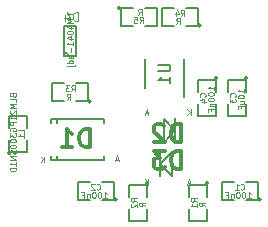
<source format=gbr>
G04 #@! TF.FileFunction,Legend,Bot*
%FSLAX46Y46*%
G04 Gerber Fmt 4.6, Leading zero omitted, Abs format (unit mm)*
G04 Created by KiCad (PCBNEW 0.201505051231+5642~23~ubuntu14.04.1-product) date St 6. květen 2015, 11:43:11 CEST*
%MOMM*%
G01*
G04 APERTURE LIST*
%ADD10C,0.300000*%
%ADD11C,0.150000*%
%ADD12C,0.109220*%
%ADD13C,0.304800*%
%ADD14C,0.099060*%
%ADD15C,0.119380*%
G04 APERTURE END LIST*
D10*
D11*
X23622000Y15494000D02*
G75*
G03X23622000Y15494000I-127000J0D01*
G01*
X22352000Y15494000D02*
X23368000Y15494000D01*
X23368000Y15494000D02*
X23368000Y17018000D01*
X23368000Y17018000D02*
X22352000Y17018000D01*
X21336000Y17018000D02*
X20320000Y17018000D01*
X20320000Y17018000D02*
X20320000Y15494000D01*
X20320000Y15494000D02*
X21336000Y15494000D01*
X11430000Y15494000D02*
G75*
G03X11430000Y15494000I-127000J0D01*
G01*
X10160000Y15494000D02*
X11176000Y15494000D01*
X11176000Y15494000D02*
X11176000Y17018000D01*
X11176000Y17018000D02*
X10160000Y17018000D01*
X9144000Y17018000D02*
X8128000Y17018000D01*
X8128000Y17018000D02*
X8128000Y15494000D01*
X8128000Y15494000D02*
X9144000Y15494000D01*
X22479000Y25781000D02*
G75*
G03X22479000Y25781000I-127000J0D01*
G01*
X22352000Y24638000D02*
X22352000Y25654000D01*
X22352000Y25654000D02*
X20828000Y25654000D01*
X20828000Y25654000D02*
X20828000Y24638000D01*
X20828000Y23622000D02*
X20828000Y22606000D01*
X20828000Y22606000D02*
X22352000Y22606000D01*
X22352000Y22606000D02*
X22352000Y23622000D01*
X19939000Y25781000D02*
G75*
G03X19939000Y25781000I-127000J0D01*
G01*
X19812000Y24638000D02*
X19812000Y25654000D01*
X19812000Y25654000D02*
X18288000Y25654000D01*
X18288000Y25654000D02*
X18288000Y24638000D01*
X18288000Y23622000D02*
X18288000Y22606000D01*
X18288000Y22606000D02*
X19812000Y22606000D01*
X19812000Y22606000D02*
X19812000Y23622000D01*
X6327140Y18823940D02*
X6327140Y19174460D01*
X6327140Y22324060D02*
X6327140Y21973540D01*
X5877560Y18823940D02*
X5877560Y19174460D01*
X10378440Y18823940D02*
X10378440Y19174460D01*
X10378440Y22324060D02*
X10378440Y21973540D01*
X5877560Y22324060D02*
X5877560Y21973540D01*
X10378440Y18823940D02*
X5877560Y18823940D01*
X10378440Y22324060D02*
X5877560Y22324060D01*
X15097760Y18491200D02*
X16098520Y19542760D01*
X16098520Y19542760D02*
X16098520Y17541240D01*
X16098520Y17541240D02*
X15097760Y18542000D01*
X15097760Y19591020D02*
X15097760Y17492980D01*
X16398240Y21386800D02*
X15397480Y20335240D01*
X15397480Y20335240D02*
X15397480Y22336760D01*
X15397480Y22336760D02*
X16398240Y21336000D01*
X16398240Y20286980D02*
X16398240Y22385020D01*
X7301550Y27779980D02*
G75*
G03X7301550Y27779980I-159070J0D01*
G01*
X8001000Y30226000D02*
X6985000Y30226000D01*
X8001000Y27622500D02*
X6985000Y27622500D01*
X6985000Y30226000D02*
X6985000Y27622500D01*
X8001000Y27622500D02*
X8001000Y30226000D01*
X19177000Y16891000D02*
G75*
G03X19177000Y16891000I-127000J0D01*
G01*
X19050000Y15748000D02*
X19050000Y16764000D01*
X19050000Y16764000D02*
X17526000Y16764000D01*
X17526000Y16764000D02*
X17526000Y15748000D01*
X17526000Y14732000D02*
X17526000Y13716000D01*
X17526000Y13716000D02*
X19050000Y13716000D01*
X19050000Y13716000D02*
X19050000Y14732000D01*
X14097000Y16891000D02*
G75*
G03X14097000Y16891000I-127000J0D01*
G01*
X13970000Y15748000D02*
X13970000Y16764000D01*
X13970000Y16764000D02*
X12446000Y16764000D01*
X12446000Y16764000D02*
X12446000Y15748000D01*
X12446000Y14732000D02*
X12446000Y13716000D01*
X12446000Y13716000D02*
X13970000Y13716000D01*
X13970000Y13716000D02*
X13970000Y14732000D01*
X9271000Y23812500D02*
G75*
G03X9271000Y23812500I-127000J0D01*
G01*
X8001000Y23812500D02*
X9017000Y23812500D01*
X9017000Y23812500D02*
X9017000Y25336500D01*
X9017000Y25336500D02*
X8001000Y25336500D01*
X6985000Y25336500D02*
X5969000Y25336500D01*
X5969000Y25336500D02*
X5969000Y23812500D01*
X5969000Y23812500D02*
X6985000Y23812500D01*
X18542000Y30226000D02*
G75*
G03X18542000Y30226000I-127000J0D01*
G01*
X17272000Y30226000D02*
X18288000Y30226000D01*
X18288000Y30226000D02*
X18288000Y31750000D01*
X18288000Y31750000D02*
X17272000Y31750000D01*
X16256000Y31750000D02*
X15240000Y31750000D01*
X15240000Y31750000D02*
X15240000Y30226000D01*
X15240000Y30226000D02*
X16256000Y30226000D01*
X11747500Y31750000D02*
G75*
G03X11747500Y31750000I-127000J0D01*
G01*
X12763500Y31750000D02*
X11747500Y31750000D01*
X11747500Y31750000D02*
X11747500Y30226000D01*
X11747500Y30226000D02*
X12763500Y30226000D01*
X13779500Y30226000D02*
X14795500Y30226000D01*
X14795500Y30226000D02*
X14795500Y31750000D01*
X14795500Y31750000D02*
X13779500Y31750000D01*
X13780500Y24937000D02*
X13780500Y27387000D01*
X17080500Y24212000D02*
X17080500Y27387000D01*
X2413000Y19431000D02*
G75*
G03X2413000Y19431000I-127000J0D01*
G01*
X2286000Y20574000D02*
X2286000Y19558000D01*
X2286000Y19558000D02*
X3810000Y19558000D01*
X3810000Y19558000D02*
X3810000Y20574000D01*
X3810000Y21590000D02*
X3810000Y22606000D01*
X3810000Y22606000D02*
X2286000Y22606000D01*
X2286000Y22606000D02*
X2286000Y21590000D01*
D12*
X21927396Y16394793D02*
X21951224Y16370965D01*
X22022707Y16347138D01*
X22070362Y16347138D01*
X22141845Y16370965D01*
X22189500Y16418620D01*
X22213328Y16466276D01*
X22237156Y16561586D01*
X22237156Y16633069D01*
X22213328Y16728380D01*
X22189500Y16776035D01*
X22141845Y16823690D01*
X22070362Y16847518D01*
X22022707Y16847518D01*
X21951224Y16823690D01*
X21927396Y16799862D01*
X21450844Y16347138D02*
X21736776Y16347138D01*
X21593810Y16347138D02*
X21593810Y16847518D01*
X21641465Y16776035D01*
X21689120Y16728380D01*
X21736776Y16704552D01*
X22491397Y15648638D02*
X22777329Y15648638D01*
X22634363Y15648638D02*
X22634363Y16149018D01*
X22682018Y16077535D01*
X22729673Y16029880D01*
X22777329Y16006052D01*
X22181638Y16149018D02*
X22133983Y16149018D01*
X22086328Y16125190D01*
X22062500Y16101362D01*
X22038673Y16053707D01*
X22014845Y15958397D01*
X22014845Y15839259D01*
X22038673Y15743948D01*
X22062500Y15696293D01*
X22086328Y15672465D01*
X22133983Y15648638D01*
X22181638Y15648638D01*
X22229294Y15672465D01*
X22253121Y15696293D01*
X22276949Y15743948D01*
X22300777Y15839259D01*
X22300777Y15958397D01*
X22276949Y16053707D01*
X22253121Y16101362D01*
X22229294Y16125190D01*
X22181638Y16149018D01*
X21705086Y16149018D02*
X21657431Y16149018D01*
X21609776Y16125190D01*
X21585948Y16101362D01*
X21562121Y16053707D01*
X21538293Y15958397D01*
X21538293Y15839259D01*
X21562121Y15743948D01*
X21585948Y15696293D01*
X21609776Y15672465D01*
X21657431Y15648638D01*
X21705086Y15648638D01*
X21752742Y15672465D01*
X21776569Y15696293D01*
X21800397Y15743948D01*
X21824225Y15839259D01*
X21824225Y15958397D01*
X21800397Y16053707D01*
X21776569Y16101362D01*
X21752742Y16125190D01*
X21705086Y16149018D01*
X21323845Y15982224D02*
X21323845Y15648638D01*
X21323845Y15934569D02*
X21300017Y15958397D01*
X21252362Y15982224D01*
X21180879Y15982224D01*
X21133224Y15958397D01*
X21109396Y15910741D01*
X21109396Y15648638D01*
X20704327Y15910741D02*
X20871120Y15910741D01*
X20871120Y15648638D02*
X20871120Y16149018D01*
X20632844Y16149018D01*
X9735396Y16394793D02*
X9759224Y16370965D01*
X9830707Y16347138D01*
X9878362Y16347138D01*
X9949845Y16370965D01*
X9997500Y16418620D01*
X10021328Y16466276D01*
X10045156Y16561586D01*
X10045156Y16633069D01*
X10021328Y16728380D01*
X9997500Y16776035D01*
X9949845Y16823690D01*
X9878362Y16847518D01*
X9830707Y16847518D01*
X9759224Y16823690D01*
X9735396Y16799862D01*
X9544776Y16799862D02*
X9520948Y16823690D01*
X9473293Y16847518D01*
X9354155Y16847518D01*
X9306499Y16823690D01*
X9282672Y16799862D01*
X9258844Y16752207D01*
X9258844Y16704552D01*
X9282672Y16633069D01*
X9568603Y16347138D01*
X9258844Y16347138D01*
X10299397Y15648638D02*
X10585329Y15648638D01*
X10442363Y15648638D02*
X10442363Y16149018D01*
X10490018Y16077535D01*
X10537673Y16029880D01*
X10585329Y16006052D01*
X9989638Y16149018D02*
X9941983Y16149018D01*
X9894328Y16125190D01*
X9870500Y16101362D01*
X9846673Y16053707D01*
X9822845Y15958397D01*
X9822845Y15839259D01*
X9846673Y15743948D01*
X9870500Y15696293D01*
X9894328Y15672465D01*
X9941983Y15648638D01*
X9989638Y15648638D01*
X10037294Y15672465D01*
X10061121Y15696293D01*
X10084949Y15743948D01*
X10108777Y15839259D01*
X10108777Y15958397D01*
X10084949Y16053707D01*
X10061121Y16101362D01*
X10037294Y16125190D01*
X9989638Y16149018D01*
X9513086Y16149018D02*
X9465431Y16149018D01*
X9417776Y16125190D01*
X9393948Y16101362D01*
X9370121Y16053707D01*
X9346293Y15958397D01*
X9346293Y15839259D01*
X9370121Y15743948D01*
X9393948Y15696293D01*
X9417776Y15672465D01*
X9465431Y15648638D01*
X9513086Y15648638D01*
X9560742Y15672465D01*
X9584569Y15696293D01*
X9608397Y15743948D01*
X9632225Y15839259D01*
X9632225Y15958397D01*
X9608397Y16053707D01*
X9584569Y16101362D01*
X9560742Y16125190D01*
X9513086Y16149018D01*
X9131845Y15982224D02*
X9131845Y15648638D01*
X9131845Y15934569D02*
X9108017Y15958397D01*
X9060362Y15982224D01*
X8988879Y15982224D01*
X8941224Y15958397D01*
X8917396Y15910741D01*
X8917396Y15648638D01*
X8512327Y15910741D02*
X8679120Y15910741D01*
X8679120Y15648638D02*
X8679120Y16149018D01*
X8440844Y16149018D01*
X21451207Y24213396D02*
X21475035Y24237224D01*
X21498862Y24308707D01*
X21498862Y24356362D01*
X21475035Y24427845D01*
X21427380Y24475500D01*
X21379724Y24499328D01*
X21284414Y24523156D01*
X21212931Y24523156D01*
X21117620Y24499328D01*
X21069965Y24475500D01*
X21022310Y24427845D01*
X20998482Y24356362D01*
X20998482Y24308707D01*
X21022310Y24237224D01*
X21046138Y24213396D01*
X20998482Y24046603D02*
X20998482Y23736844D01*
X21189103Y23903637D01*
X21189103Y23832155D01*
X21212931Y23784499D01*
X21236759Y23760672D01*
X21284414Y23736844D01*
X21403552Y23736844D01*
X21451207Y23760672D01*
X21475035Y23784499D01*
X21498862Y23832155D01*
X21498862Y23975120D01*
X21475035Y24022776D01*
X21451207Y24046603D01*
X22197362Y24539121D02*
X22197362Y24825053D01*
X22197362Y24682087D02*
X21696982Y24682087D01*
X21768465Y24729742D01*
X21816120Y24777397D01*
X21839948Y24825053D01*
X21696982Y24229362D02*
X21696982Y24181707D01*
X21720810Y24134052D01*
X21744638Y24110224D01*
X21792293Y24086397D01*
X21887603Y24062569D01*
X22006741Y24062569D01*
X22102052Y24086397D01*
X22149707Y24110224D01*
X22173535Y24134052D01*
X22197362Y24181707D01*
X22197362Y24229362D01*
X22173535Y24277018D01*
X22149707Y24300845D01*
X22102052Y24324673D01*
X22006741Y24348501D01*
X21887603Y24348501D01*
X21792293Y24324673D01*
X21744638Y24300845D01*
X21720810Y24277018D01*
X21696982Y24229362D01*
X21863776Y23633672D02*
X22197362Y23633672D01*
X21863776Y23848121D02*
X22125880Y23848121D01*
X22173535Y23824293D01*
X22197362Y23776638D01*
X22197362Y23705155D01*
X22173535Y23657500D01*
X22149707Y23633672D01*
X21935259Y23228603D02*
X21935259Y23395396D01*
X22197362Y23395396D02*
X21696982Y23395396D01*
X21696982Y23157120D01*
X18911207Y24213396D02*
X18935035Y24237224D01*
X18958862Y24308707D01*
X18958862Y24356362D01*
X18935035Y24427845D01*
X18887380Y24475500D01*
X18839724Y24499328D01*
X18744414Y24523156D01*
X18672931Y24523156D01*
X18577620Y24499328D01*
X18529965Y24475500D01*
X18482310Y24427845D01*
X18458482Y24356362D01*
X18458482Y24308707D01*
X18482310Y24237224D01*
X18506138Y24213396D01*
X18625276Y23784499D02*
X18958862Y23784499D01*
X18434655Y23903637D02*
X18792069Y24022776D01*
X18792069Y23713016D01*
X19657362Y24777397D02*
X19657362Y25063329D01*
X19657362Y24920363D02*
X19156982Y24920363D01*
X19228465Y24968018D01*
X19276120Y25015673D01*
X19299948Y25063329D01*
X19156982Y24467638D02*
X19156982Y24419983D01*
X19180810Y24372328D01*
X19204638Y24348500D01*
X19252293Y24324673D01*
X19347603Y24300845D01*
X19466741Y24300845D01*
X19562052Y24324673D01*
X19609707Y24348500D01*
X19633535Y24372328D01*
X19657362Y24419983D01*
X19657362Y24467638D01*
X19633535Y24515294D01*
X19609707Y24539121D01*
X19562052Y24562949D01*
X19466741Y24586777D01*
X19347603Y24586777D01*
X19252293Y24562949D01*
X19204638Y24539121D01*
X19180810Y24515294D01*
X19156982Y24467638D01*
X19156982Y23991086D02*
X19156982Y23943431D01*
X19180810Y23895776D01*
X19204638Y23871948D01*
X19252293Y23848121D01*
X19347603Y23824293D01*
X19466741Y23824293D01*
X19562052Y23848121D01*
X19609707Y23871948D01*
X19633535Y23895776D01*
X19657362Y23943431D01*
X19657362Y23991086D01*
X19633535Y24038742D01*
X19609707Y24062569D01*
X19562052Y24086397D01*
X19466741Y24110225D01*
X19347603Y24110225D01*
X19252293Y24086397D01*
X19204638Y24062569D01*
X19180810Y24038742D01*
X19156982Y23991086D01*
X19323776Y23609845D02*
X19657362Y23609845D01*
X19371431Y23609845D02*
X19347603Y23586017D01*
X19323776Y23538362D01*
X19323776Y23466879D01*
X19347603Y23419224D01*
X19395259Y23395396D01*
X19657362Y23395396D01*
X19395259Y22990327D02*
X19395259Y23157120D01*
X19657362Y23157120D02*
X19156982Y23157120D01*
X19156982Y22918844D01*
D13*
X9125857Y19948071D02*
X9125857Y21472071D01*
X8763000Y21472071D01*
X8545285Y21399500D01*
X8400143Y21254357D01*
X8327571Y21109214D01*
X8255000Y20818929D01*
X8255000Y20601214D01*
X8327571Y20310929D01*
X8400143Y20165786D01*
X8545285Y20020643D01*
X8763000Y19948071D01*
X9125857Y19948071D01*
X6803571Y19948071D02*
X7674428Y19948071D01*
X7239000Y19948071D02*
X7239000Y21472071D01*
X7384143Y21254357D01*
X7529285Y21109214D01*
X7674428Y21036643D01*
D14*
X11546598Y18890403D02*
X11308321Y18890403D01*
X11594253Y18747438D02*
X11427459Y19247818D01*
X11260666Y18747438D01*
X5259312Y18648378D02*
X5259312Y19148758D01*
X4973380Y18648378D02*
X5187829Y18934309D01*
X4973380Y19148758D02*
X5259312Y18862826D01*
D13*
X16872857Y20392571D02*
X16872857Y21916571D01*
X16510000Y21916571D01*
X16292285Y21844000D01*
X16147143Y21698857D01*
X16074571Y21553714D01*
X16002000Y21263429D01*
X16002000Y21045714D01*
X16074571Y20755429D01*
X16147143Y20610286D01*
X16292285Y20465143D01*
X16510000Y20392571D01*
X16872857Y20392571D01*
X15421428Y21771429D02*
X15348857Y21844000D01*
X15203714Y21916571D01*
X14840857Y21916571D01*
X14695714Y21844000D01*
X14623143Y21771429D01*
X14550571Y21626286D01*
X14550571Y21481143D01*
X14623143Y21263429D01*
X15494000Y20392571D01*
X14550571Y20392571D01*
D14*
X17667998Y16909203D02*
X17429721Y16909203D01*
X17715653Y16766238D02*
X17548859Y17266618D01*
X17382066Y16766238D01*
X14078192Y16766238D02*
X14078192Y17266618D01*
X13792260Y16766238D02*
X14006709Y17052169D01*
X13792260Y17266618D02*
X14078192Y16980686D01*
D13*
X16872857Y18106571D02*
X16872857Y19630571D01*
X16510000Y19630571D01*
X16292285Y19558000D01*
X16147143Y19412857D01*
X16074571Y19267714D01*
X16002000Y18977429D01*
X16002000Y18759714D01*
X16074571Y18469429D01*
X16147143Y18324286D01*
X16292285Y18179143D01*
X16510000Y18106571D01*
X16872857Y18106571D01*
X15494000Y19630571D02*
X14550571Y19630571D01*
X15058571Y19050000D01*
X14840857Y19050000D01*
X14695714Y18977429D01*
X14623143Y18904857D01*
X14550571Y18759714D01*
X14550571Y18396857D01*
X14623143Y18251714D01*
X14695714Y18179143D01*
X14840857Y18106571D01*
X15276285Y18106571D01*
X15421428Y18179143D01*
X15494000Y18251714D01*
D14*
X14066278Y22802003D02*
X13828001Y22802003D01*
X14113933Y22659038D02*
X13947139Y23159418D01*
X13780346Y22659038D01*
X17679912Y22659038D02*
X17679912Y23159418D01*
X17393980Y22659038D02*
X17608429Y22944969D01*
X17393980Y23159418D02*
X17679912Y22873486D01*
D15*
X8154488Y30610266D02*
X8154488Y31372266D01*
X7973060Y31372266D01*
X7864203Y31335980D01*
X7791631Y31263409D01*
X7755346Y31190837D01*
X7719060Y31045694D01*
X7719060Y30936837D01*
X7755346Y30791694D01*
X7791631Y30719123D01*
X7864203Y30646551D01*
X7973060Y30610266D01*
X8154488Y30610266D01*
X7065917Y31118266D02*
X7065917Y30610266D01*
X7247346Y31408551D02*
X7428774Y30864266D01*
X6957060Y30864266D01*
D14*
X7719362Y30985278D02*
X7719362Y31223554D01*
X7218982Y31223554D01*
X7719362Y30818484D02*
X7218982Y30818484D01*
X7576397Y30651691D01*
X7218982Y30484897D01*
X7719362Y30484897D01*
X7385776Y30032172D02*
X7719362Y30032172D01*
X7195155Y30151310D02*
X7552569Y30270449D01*
X7552569Y29960689D01*
X7218982Y29674758D02*
X7218982Y29627103D01*
X7242810Y29579448D01*
X7266638Y29555620D01*
X7314293Y29531793D01*
X7409603Y29507965D01*
X7528741Y29507965D01*
X7624052Y29531793D01*
X7671707Y29555620D01*
X7695535Y29579448D01*
X7719362Y29627103D01*
X7719362Y29674758D01*
X7695535Y29722414D01*
X7671707Y29746241D01*
X7624052Y29770069D01*
X7528741Y29793897D01*
X7409603Y29793897D01*
X7314293Y29770069D01*
X7266638Y29746241D01*
X7242810Y29722414D01*
X7218982Y29674758D01*
X7385776Y29079068D02*
X7719362Y29079068D01*
X7195155Y29198206D02*
X7552569Y29317345D01*
X7552569Y29007585D01*
X7719362Y28554861D02*
X7719362Y28840793D01*
X7719362Y28697827D02*
X7218982Y28697827D01*
X7290465Y28745482D01*
X7338120Y28793137D01*
X7361948Y28840793D01*
X7528741Y28340413D02*
X7528741Y27959171D01*
X7719362Y27506446D02*
X7457259Y27506446D01*
X7409603Y27530274D01*
X7385776Y27577929D01*
X7385776Y27673240D01*
X7409603Y27720895D01*
X7695535Y27506446D02*
X7719362Y27554102D01*
X7719362Y27673240D01*
X7695535Y27720895D01*
X7647880Y27744723D01*
X7600224Y27744723D01*
X7552569Y27720895D01*
X7528741Y27673240D01*
X7528741Y27554102D01*
X7504914Y27506446D01*
X7719362Y27053721D02*
X7218982Y27053721D01*
X7695535Y27053721D02*
X7719362Y27101377D01*
X7719362Y27196687D01*
X7695535Y27244342D01*
X7671707Y27268170D01*
X7624052Y27291998D01*
X7481086Y27291998D01*
X7433431Y27268170D01*
X7409603Y27244342D01*
X7385776Y27196687D01*
X7385776Y27101377D01*
X7409603Y27053721D01*
X7385776Y26815445D02*
X7814673Y26815445D01*
X7862328Y26839273D01*
X7886156Y26886928D01*
X7886156Y26910755D01*
X7218982Y26815445D02*
X7242810Y26839273D01*
X7266638Y26815445D01*
X7242810Y26791617D01*
X7218982Y26815445D01*
X7266638Y26815445D01*
D12*
X18196862Y15323396D02*
X17958586Y15490190D01*
X18196862Y15609328D02*
X17696482Y15609328D01*
X17696482Y15418707D01*
X17720310Y15371052D01*
X17744138Y15347224D01*
X17791793Y15323396D01*
X17863276Y15323396D01*
X17910931Y15347224D01*
X17934759Y15371052D01*
X17958586Y15418707D01*
X17958586Y15609328D01*
X18196862Y14846844D02*
X18196862Y15132776D01*
X18196862Y14989810D02*
X17696482Y14989810D01*
X17767965Y15037465D01*
X17815620Y15085120D01*
X17839448Y15132776D01*
X18895362Y14958120D02*
X18657086Y15124914D01*
X18895362Y15244052D02*
X18394982Y15244052D01*
X18394982Y15053431D01*
X18418810Y15005776D01*
X18442638Y14981948D01*
X18490293Y14958120D01*
X18561776Y14958120D01*
X18609431Y14981948D01*
X18633259Y15005776D01*
X18657086Y15053431D01*
X18657086Y15244052D01*
X13116862Y15323396D02*
X12878586Y15490190D01*
X13116862Y15609328D02*
X12616482Y15609328D01*
X12616482Y15418707D01*
X12640310Y15371052D01*
X12664138Y15347224D01*
X12711793Y15323396D01*
X12783276Y15323396D01*
X12830931Y15347224D01*
X12854759Y15371052D01*
X12878586Y15418707D01*
X12878586Y15609328D01*
X12664138Y15132776D02*
X12640310Y15108948D01*
X12616482Y15061293D01*
X12616482Y14942155D01*
X12640310Y14894499D01*
X12664138Y14870672D01*
X12711793Y14846844D01*
X12759448Y14846844D01*
X12830931Y14870672D01*
X13116862Y15156603D01*
X13116862Y14846844D01*
X13815362Y14958120D02*
X13577086Y15124914D01*
X13815362Y15244052D02*
X13314982Y15244052D01*
X13314982Y15053431D01*
X13338810Y15005776D01*
X13362638Y14981948D01*
X13410293Y14958120D01*
X13481776Y14958120D01*
X13529431Y14981948D01*
X13553259Y15005776D01*
X13577086Y15053431D01*
X13577086Y15244052D01*
X7576396Y24665638D02*
X7743190Y24903914D01*
X7862328Y24665638D02*
X7862328Y25166018D01*
X7671707Y25166018D01*
X7624052Y25142190D01*
X7600224Y25118362D01*
X7576396Y25070707D01*
X7576396Y24999224D01*
X7600224Y24951569D01*
X7624052Y24927741D01*
X7671707Y24903914D01*
X7862328Y24903914D01*
X7409603Y25166018D02*
X7099844Y25166018D01*
X7266637Y24975397D01*
X7195155Y24975397D01*
X7147499Y24951569D01*
X7123672Y24927741D01*
X7099844Y24880086D01*
X7099844Y24760948D01*
X7123672Y24713293D01*
X7147499Y24689465D01*
X7195155Y24665638D01*
X7338120Y24665638D01*
X7385776Y24689465D01*
X7409603Y24713293D01*
X7211120Y23967138D02*
X7377914Y24205414D01*
X7497052Y23967138D02*
X7497052Y24467518D01*
X7306431Y24467518D01*
X7258776Y24443690D01*
X7234948Y24419862D01*
X7211120Y24372207D01*
X7211120Y24300724D01*
X7234948Y24253069D01*
X7258776Y24229241D01*
X7306431Y24205414D01*
X7497052Y24205414D01*
X16847396Y31079138D02*
X17014190Y31317414D01*
X17133328Y31079138D02*
X17133328Y31579518D01*
X16942707Y31579518D01*
X16895052Y31555690D01*
X16871224Y31531862D01*
X16847396Y31484207D01*
X16847396Y31412724D01*
X16871224Y31365069D01*
X16895052Y31341241D01*
X16942707Y31317414D01*
X17133328Y31317414D01*
X16418499Y31412724D02*
X16418499Y31079138D01*
X16537637Y31603345D02*
X16656776Y31245931D01*
X16347016Y31245931D01*
X16482120Y30380638D02*
X16648914Y30618914D01*
X16768052Y30380638D02*
X16768052Y30881018D01*
X16577431Y30881018D01*
X16529776Y30857190D01*
X16505948Y30833362D01*
X16482120Y30785707D01*
X16482120Y30714224D01*
X16505948Y30666569D01*
X16529776Y30642741D01*
X16577431Y30618914D01*
X16768052Y30618914D01*
X13354896Y30444138D02*
X13521690Y30682414D01*
X13640828Y30444138D02*
X13640828Y30944518D01*
X13450207Y30944518D01*
X13402552Y30920690D01*
X13378724Y30896862D01*
X13354896Y30849207D01*
X13354896Y30777724D01*
X13378724Y30730069D01*
X13402552Y30706241D01*
X13450207Y30682414D01*
X13640828Y30682414D01*
X12902172Y30944518D02*
X13140448Y30944518D01*
X13164276Y30706241D01*
X13140448Y30730069D01*
X13092793Y30753897D01*
X12973655Y30753897D01*
X12925999Y30730069D01*
X12902172Y30706241D01*
X12878344Y30658586D01*
X12878344Y30539448D01*
X12902172Y30491793D01*
X12925999Y30467965D01*
X12973655Y30444138D01*
X13092793Y30444138D01*
X13140448Y30467965D01*
X13164276Y30491793D01*
X13243620Y31142638D02*
X13410414Y31380914D01*
X13529552Y31142638D02*
X13529552Y31643018D01*
X13338931Y31643018D01*
X13291276Y31619190D01*
X13267448Y31595362D01*
X13243620Y31547707D01*
X13243620Y31476224D01*
X13267448Y31428569D01*
X13291276Y31404741D01*
X13338931Y31380914D01*
X13529552Y31380914D01*
D11*
X14946381Y26923905D02*
X15755905Y26923905D01*
X15851143Y26876286D01*
X15898762Y26828667D01*
X15946381Y26733429D01*
X15946381Y26542952D01*
X15898762Y26447714D01*
X15851143Y26400095D01*
X15755905Y26352476D01*
X14946381Y26352476D01*
X15946381Y25352476D02*
X15946381Y25923905D01*
X15946381Y25638191D02*
X14946381Y25638191D01*
X15089238Y25733429D01*
X15184476Y25828667D01*
X15232095Y25923905D01*
D12*
X3591862Y21165397D02*
X3591862Y21403673D01*
X3091482Y21403673D01*
X3591862Y20736499D02*
X3591862Y21022431D01*
X3591862Y20879465D02*
X3091482Y20879465D01*
X3162965Y20927120D01*
X3210620Y20974775D01*
X3234448Y21022431D01*
X2631259Y24342331D02*
X2655086Y24270848D01*
X2678914Y24247020D01*
X2726569Y24223192D01*
X2798052Y24223192D01*
X2845707Y24247020D01*
X2869535Y24270848D01*
X2893362Y24318503D01*
X2893362Y24509124D01*
X2392982Y24509124D01*
X2392982Y24342331D01*
X2416810Y24294675D01*
X2440638Y24270848D01*
X2488293Y24247020D01*
X2535948Y24247020D01*
X2583603Y24270848D01*
X2607431Y24294675D01*
X2631259Y24342331D01*
X2631259Y24509124D01*
X2893362Y23770468D02*
X2893362Y24008744D01*
X2392982Y24008744D01*
X2893362Y23603674D02*
X2392982Y23603674D01*
X2750397Y23436881D01*
X2392982Y23270087D01*
X2893362Y23270087D01*
X2440638Y23055639D02*
X2416810Y23031811D01*
X2392982Y22984156D01*
X2392982Y22865018D01*
X2416810Y22817362D01*
X2440638Y22793535D01*
X2488293Y22769707D01*
X2535948Y22769707D01*
X2607431Y22793535D01*
X2893362Y23079466D01*
X2893362Y22769707D01*
X2893362Y22293155D02*
X2893362Y22579087D01*
X2893362Y22436121D02*
X2392982Y22436121D01*
X2464465Y22483776D01*
X2512120Y22531431D01*
X2535948Y22579087D01*
X2893362Y22078707D02*
X2392982Y22078707D01*
X2392982Y21888086D01*
X2416810Y21840431D01*
X2440638Y21816603D01*
X2488293Y21792775D01*
X2559776Y21792775D01*
X2607431Y21816603D01*
X2631259Y21840431D01*
X2655086Y21888086D01*
X2655086Y22078707D01*
X2416810Y21316223D02*
X2392982Y21363878D01*
X2392982Y21435361D01*
X2416810Y21506844D01*
X2464465Y21554499D01*
X2512120Y21578327D01*
X2607431Y21602155D01*
X2678914Y21602155D01*
X2774224Y21578327D01*
X2821880Y21554499D01*
X2869535Y21506844D01*
X2893362Y21435361D01*
X2893362Y21387706D01*
X2869535Y21316223D01*
X2845707Y21292395D01*
X2678914Y21292395D01*
X2678914Y21387706D01*
X2392982Y21125602D02*
X2392982Y20815843D01*
X2583603Y20982636D01*
X2583603Y20911154D01*
X2607431Y20863498D01*
X2631259Y20839671D01*
X2678914Y20815843D01*
X2798052Y20815843D01*
X2845707Y20839671D01*
X2869535Y20863498D01*
X2893362Y20911154D01*
X2893362Y21054119D01*
X2869535Y21101775D01*
X2845707Y21125602D01*
X2392982Y20506084D02*
X2392982Y20458429D01*
X2416810Y20410774D01*
X2440638Y20386946D01*
X2488293Y20363119D01*
X2583603Y20339291D01*
X2702741Y20339291D01*
X2798052Y20363119D01*
X2845707Y20386946D01*
X2869535Y20410774D01*
X2893362Y20458429D01*
X2893362Y20506084D01*
X2869535Y20553740D01*
X2845707Y20577567D01*
X2798052Y20601395D01*
X2702741Y20625223D01*
X2583603Y20625223D01*
X2488293Y20601395D01*
X2440638Y20577567D01*
X2416810Y20553740D01*
X2392982Y20506084D01*
X2392982Y20029532D02*
X2392982Y19981877D01*
X2416810Y19934222D01*
X2440638Y19910394D01*
X2488293Y19886567D01*
X2583603Y19862739D01*
X2702741Y19862739D01*
X2798052Y19886567D01*
X2845707Y19910394D01*
X2869535Y19934222D01*
X2893362Y19981877D01*
X2893362Y20029532D01*
X2869535Y20077188D01*
X2845707Y20101015D01*
X2798052Y20124843D01*
X2702741Y20148671D01*
X2583603Y20148671D01*
X2488293Y20124843D01*
X2440638Y20101015D01*
X2416810Y20077188D01*
X2392982Y20029532D01*
X2869535Y19672119D02*
X2893362Y19600636D01*
X2893362Y19481498D01*
X2869535Y19433842D01*
X2845707Y19410015D01*
X2798052Y19386187D01*
X2750397Y19386187D01*
X2702741Y19410015D01*
X2678914Y19433842D01*
X2655086Y19481498D01*
X2631259Y19576808D01*
X2607431Y19624463D01*
X2583603Y19648291D01*
X2535948Y19672119D01*
X2488293Y19672119D01*
X2440638Y19648291D01*
X2416810Y19624463D01*
X2392982Y19576808D01*
X2392982Y19457670D01*
X2416810Y19386187D01*
X2893362Y19171739D02*
X2392982Y19171739D01*
X2893362Y18885807D01*
X2392982Y18885807D01*
X2893362Y18385427D02*
X2893362Y18671359D01*
X2893362Y18528393D02*
X2392982Y18528393D01*
X2464465Y18576048D01*
X2512120Y18623703D01*
X2535948Y18671359D01*
X2893362Y18170979D02*
X2392982Y18170979D01*
X2392982Y18051841D01*
X2416810Y17980358D01*
X2464465Y17932703D01*
X2512120Y17908875D01*
X2607431Y17885047D01*
X2678914Y17885047D01*
X2774224Y17908875D01*
X2821880Y17932703D01*
X2869535Y17980358D01*
X2893362Y18051841D01*
X2893362Y18170979D01*
M02*

</source>
